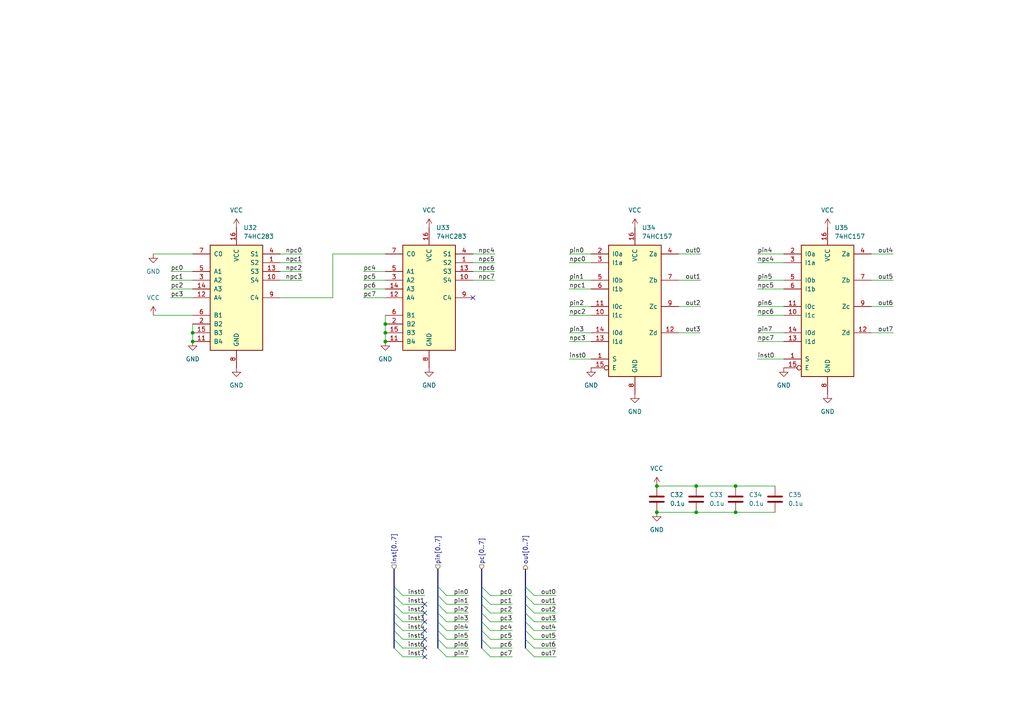
<source format=kicad_sch>
(kicad_sch (version 20211123) (generator eeschema)

  (uuid a5c94b28-7e35-4116-a14d-5bd06e0d6a86)

  (paper "A4")

  (lib_symbols
    (symbol "74xx:74LS157" (pin_names (offset 1.016)) (in_bom yes) (on_board yes)
      (property "Reference" "U" (id 0) (at -7.62 19.05 0)
        (effects (font (size 1.27 1.27)))
      )
      (property "Value" "74LS157" (id 1) (at -7.62 -21.59 0)
        (effects (font (size 1.27 1.27)))
      )
      (property "Footprint" "" (id 2) (at 0 0 0)
        (effects (font (size 1.27 1.27)) hide)
      )
      (property "Datasheet" "http://www.ti.com/lit/gpn/sn74LS157" (id 3) (at 0 0 0)
        (effects (font (size 1.27 1.27)) hide)
      )
      (property "ki_locked" "" (id 4) (at 0 0 0)
        (effects (font (size 1.27 1.27)))
      )
      (property "ki_keywords" "TTL MUX MUX2" (id 5) (at 0 0 0)
        (effects (font (size 1.27 1.27)) hide)
      )
      (property "ki_description" "Quad 2 to 1 line Multiplexer" (id 6) (at 0 0 0)
        (effects (font (size 1.27 1.27)) hide)
      )
      (property "ki_fp_filters" "DIP?16*" (id 7) (at 0 0 0)
        (effects (font (size 1.27 1.27)) hide)
      )
      (symbol "74LS157_1_0"
        (pin input line (at -12.7 -15.24 0) (length 5.08)
          (name "S" (effects (font (size 1.27 1.27))))
          (number "1" (effects (font (size 1.27 1.27))))
        )
        (pin input line (at -12.7 -2.54 0) (length 5.08)
          (name "I1c" (effects (font (size 1.27 1.27))))
          (number "10" (effects (font (size 1.27 1.27))))
        )
        (pin input line (at -12.7 0 0) (length 5.08)
          (name "I0c" (effects (font (size 1.27 1.27))))
          (number "11" (effects (font (size 1.27 1.27))))
        )
        (pin output line (at 12.7 -7.62 180) (length 5.08)
          (name "Zd" (effects (font (size 1.27 1.27))))
          (number "12" (effects (font (size 1.27 1.27))))
        )
        (pin input line (at -12.7 -10.16 0) (length 5.08)
          (name "I1d" (effects (font (size 1.27 1.27))))
          (number "13" (effects (font (size 1.27 1.27))))
        )
        (pin input line (at -12.7 -7.62 0) (length 5.08)
          (name "I0d" (effects (font (size 1.27 1.27))))
          (number "14" (effects (font (size 1.27 1.27))))
        )
        (pin input inverted (at -12.7 -17.78 0) (length 5.08)
          (name "E" (effects (font (size 1.27 1.27))))
          (number "15" (effects (font (size 1.27 1.27))))
        )
        (pin power_in line (at 0 22.86 270) (length 5.08)
          (name "VCC" (effects (font (size 1.27 1.27))))
          (number "16" (effects (font (size 1.27 1.27))))
        )
        (pin input line (at -12.7 15.24 0) (length 5.08)
          (name "I0a" (effects (font (size 1.27 1.27))))
          (number "2" (effects (font (size 1.27 1.27))))
        )
        (pin input line (at -12.7 12.7 0) (length 5.08)
          (name "I1a" (effects (font (size 1.27 1.27))))
          (number "3" (effects (font (size 1.27 1.27))))
        )
        (pin output line (at 12.7 15.24 180) (length 5.08)
          (name "Za" (effects (font (size 1.27 1.27))))
          (number "4" (effects (font (size 1.27 1.27))))
        )
        (pin input line (at -12.7 7.62 0) (length 5.08)
          (name "I0b" (effects (font (size 1.27 1.27))))
          (number "5" (effects (font (size 1.27 1.27))))
        )
        (pin input line (at -12.7 5.08 0) (length 5.08)
          (name "I1b" (effects (font (size 1.27 1.27))))
          (number "6" (effects (font (size 1.27 1.27))))
        )
        (pin output line (at 12.7 7.62 180) (length 5.08)
          (name "Zb" (effects (font (size 1.27 1.27))))
          (number "7" (effects (font (size 1.27 1.27))))
        )
        (pin power_in line (at 0 -25.4 90) (length 5.08)
          (name "GND" (effects (font (size 1.27 1.27))))
          (number "8" (effects (font (size 1.27 1.27))))
        )
        (pin output line (at 12.7 0 180) (length 5.08)
          (name "Zc" (effects (font (size 1.27 1.27))))
          (number "9" (effects (font (size 1.27 1.27))))
        )
      )
      (symbol "74LS157_1_1"
        (rectangle (start -7.62 17.78) (end 7.62 -20.32)
          (stroke (width 0.254) (type default) (color 0 0 0 0))
          (fill (type background))
        )
      )
    )
    (symbol "74xx:74LS283" (pin_names (offset 1.016)) (in_bom yes) (on_board yes)
      (property "Reference" "U" (id 0) (at -7.62 16.51 0)
        (effects (font (size 1.27 1.27)))
      )
      (property "Value" "74LS283" (id 1) (at -7.62 -16.51 0)
        (effects (font (size 1.27 1.27)))
      )
      (property "Footprint" "" (id 2) (at 0 0 0)
        (effects (font (size 1.27 1.27)) hide)
      )
      (property "Datasheet" "http://www.ti.com/lit/gpn/sn74LS283" (id 3) (at 0 0 0)
        (effects (font (size 1.27 1.27)) hide)
      )
      (property "ki_locked" "" (id 4) (at 0 0 0)
        (effects (font (size 1.27 1.27)))
      )
      (property "ki_keywords" "TTL ADD Arith ALU" (id 5) (at 0 0 0)
        (effects (font (size 1.27 1.27)) hide)
      )
      (property "ki_description" "4-bit full Adder" (id 6) (at 0 0 0)
        (effects (font (size 1.27 1.27)) hide)
      )
      (property "ki_fp_filters" "DIP?16*" (id 7) (at 0 0 0)
        (effects (font (size 1.27 1.27)) hide)
      )
      (symbol "74LS283_1_0"
        (pin output line (at 12.7 10.16 180) (length 5.08)
          (name "S2" (effects (font (size 1.27 1.27))))
          (number "1" (effects (font (size 1.27 1.27))))
        )
        (pin output line (at 12.7 5.08 180) (length 5.08)
          (name "S4" (effects (font (size 1.27 1.27))))
          (number "10" (effects (font (size 1.27 1.27))))
        )
        (pin input line (at -12.7 -12.7 0) (length 5.08)
          (name "B4" (effects (font (size 1.27 1.27))))
          (number "11" (effects (font (size 1.27 1.27))))
        )
        (pin input line (at -12.7 0 0) (length 5.08)
          (name "A4" (effects (font (size 1.27 1.27))))
          (number "12" (effects (font (size 1.27 1.27))))
        )
        (pin output line (at 12.7 7.62 180) (length 5.08)
          (name "S3" (effects (font (size 1.27 1.27))))
          (number "13" (effects (font (size 1.27 1.27))))
        )
        (pin input line (at -12.7 2.54 0) (length 5.08)
          (name "A3" (effects (font (size 1.27 1.27))))
          (number "14" (effects (font (size 1.27 1.27))))
        )
        (pin input line (at -12.7 -10.16 0) (length 5.08)
          (name "B3" (effects (font (size 1.27 1.27))))
          (number "15" (effects (font (size 1.27 1.27))))
        )
        (pin power_in line (at 0 20.32 270) (length 5.08)
          (name "VCC" (effects (font (size 1.27 1.27))))
          (number "16" (effects (font (size 1.27 1.27))))
        )
        (pin input line (at -12.7 -7.62 0) (length 5.08)
          (name "B2" (effects (font (size 1.27 1.27))))
          (number "2" (effects (font (size 1.27 1.27))))
        )
        (pin input line (at -12.7 5.08 0) (length 5.08)
          (name "A2" (effects (font (size 1.27 1.27))))
          (number "3" (effects (font (size 1.27 1.27))))
        )
        (pin output line (at 12.7 12.7 180) (length 5.08)
          (name "S1" (effects (font (size 1.27 1.27))))
          (number "4" (effects (font (size 1.27 1.27))))
        )
        (pin input line (at -12.7 7.62 0) (length 5.08)
          (name "A1" (effects (font (size 1.27 1.27))))
          (number "5" (effects (font (size 1.27 1.27))))
        )
        (pin input line (at -12.7 -5.08 0) (length 5.08)
          (name "B1" (effects (font (size 1.27 1.27))))
          (number "6" (effects (font (size 1.27 1.27))))
        )
        (pin input line (at -12.7 12.7 0) (length 5.08)
          (name "C0" (effects (font (size 1.27 1.27))))
          (number "7" (effects (font (size 1.27 1.27))))
        )
        (pin power_in line (at 0 -20.32 90) (length 5.08)
          (name "GND" (effects (font (size 1.27 1.27))))
          (number "8" (effects (font (size 1.27 1.27))))
        )
        (pin output line (at 12.7 0 180) (length 5.08)
          (name "C4" (effects (font (size 1.27 1.27))))
          (number "9" (effects (font (size 1.27 1.27))))
        )
      )
      (symbol "74LS283_1_1"
        (rectangle (start -7.62 15.24) (end 7.62 -15.24)
          (stroke (width 0.254) (type default) (color 0 0 0 0))
          (fill (type background))
        )
      )
    )
    (symbol "Device:C" (pin_numbers hide) (pin_names (offset 0.254)) (in_bom yes) (on_board yes)
      (property "Reference" "C" (id 0) (at 0.635 2.54 0)
        (effects (font (size 1.27 1.27)) (justify left))
      )
      (property "Value" "C" (id 1) (at 0.635 -2.54 0)
        (effects (font (size 1.27 1.27)) (justify left))
      )
      (property "Footprint" "" (id 2) (at 0.9652 -3.81 0)
        (effects (font (size 1.27 1.27)) hide)
      )
      (property "Datasheet" "~" (id 3) (at 0 0 0)
        (effects (font (size 1.27 1.27)) hide)
      )
      (property "ki_keywords" "cap capacitor" (id 4) (at 0 0 0)
        (effects (font (size 1.27 1.27)) hide)
      )
      (property "ki_description" "Unpolarized capacitor" (id 5) (at 0 0 0)
        (effects (font (size 1.27 1.27)) hide)
      )
      (property "ki_fp_filters" "C_*" (id 6) (at 0 0 0)
        (effects (font (size 1.27 1.27)) hide)
      )
      (symbol "C_0_1"
        (polyline
          (pts
            (xy -2.032 -0.762)
            (xy 2.032 -0.762)
          )
          (stroke (width 0.508) (type default) (color 0 0 0 0))
          (fill (type none))
        )
        (polyline
          (pts
            (xy -2.032 0.762)
            (xy 2.032 0.762)
          )
          (stroke (width 0.508) (type default) (color 0 0 0 0))
          (fill (type none))
        )
      )
      (symbol "C_1_1"
        (pin passive line (at 0 3.81 270) (length 2.794)
          (name "~" (effects (font (size 1.27 1.27))))
          (number "1" (effects (font (size 1.27 1.27))))
        )
        (pin passive line (at 0 -3.81 90) (length 2.794)
          (name "~" (effects (font (size 1.27 1.27))))
          (number "2" (effects (font (size 1.27 1.27))))
        )
      )
    )
    (symbol "power:GND" (power) (pin_names (offset 0)) (in_bom yes) (on_board yes)
      (property "Reference" "#PWR" (id 0) (at 0 -6.35 0)
        (effects (font (size 1.27 1.27)) hide)
      )
      (property "Value" "GND" (id 1) (at 0 -3.81 0)
        (effects (font (size 1.27 1.27)))
      )
      (property "Footprint" "" (id 2) (at 0 0 0)
        (effects (font (size 1.27 1.27)) hide)
      )
      (property "Datasheet" "" (id 3) (at 0 0 0)
        (effects (font (size 1.27 1.27)) hide)
      )
      (property "ki_keywords" "power-flag" (id 4) (at 0 0 0)
        (effects (font (size 1.27 1.27)) hide)
      )
      (property "ki_description" "Power symbol creates a global label with name \"GND\" , ground" (id 5) (at 0 0 0)
        (effects (font (size 1.27 1.27)) hide)
      )
      (symbol "GND_0_1"
        (polyline
          (pts
            (xy 0 0)
            (xy 0 -1.27)
            (xy 1.27 -1.27)
            (xy 0 -2.54)
            (xy -1.27 -1.27)
            (xy 0 -1.27)
          )
          (stroke (width 0) (type default) (color 0 0 0 0))
          (fill (type none))
        )
      )
      (symbol "GND_1_1"
        (pin power_in line (at 0 0 270) (length 0) hide
          (name "GND" (effects (font (size 1.27 1.27))))
          (number "1" (effects (font (size 1.27 1.27))))
        )
      )
    )
    (symbol "power:VCC" (power) (pin_names (offset 0)) (in_bom yes) (on_board yes)
      (property "Reference" "#PWR" (id 0) (at 0 -3.81 0)
        (effects (font (size 1.27 1.27)) hide)
      )
      (property "Value" "VCC" (id 1) (at 0 3.81 0)
        (effects (font (size 1.27 1.27)))
      )
      (property "Footprint" "" (id 2) (at 0 0 0)
        (effects (font (size 1.27 1.27)) hide)
      )
      (property "Datasheet" "" (id 3) (at 0 0 0)
        (effects (font (size 1.27 1.27)) hide)
      )
      (property "ki_keywords" "power-flag" (id 4) (at 0 0 0)
        (effects (font (size 1.27 1.27)) hide)
      )
      (property "ki_description" "Power symbol creates a global label with name \"VCC\"" (id 5) (at 0 0 0)
        (effects (font (size 1.27 1.27)) hide)
      )
      (symbol "VCC_0_1"
        (polyline
          (pts
            (xy -0.762 1.27)
            (xy 0 2.54)
          )
          (stroke (width 0) (type default) (color 0 0 0 0))
          (fill (type none))
        )
        (polyline
          (pts
            (xy 0 0)
            (xy 0 2.54)
          )
          (stroke (width 0) (type default) (color 0 0 0 0))
          (fill (type none))
        )
        (polyline
          (pts
            (xy 0 2.54)
            (xy 0.762 1.27)
          )
          (stroke (width 0) (type default) (color 0 0 0 0))
          (fill (type none))
        )
      )
      (symbol "VCC_1_1"
        (pin power_in line (at 0 0 90) (length 0) hide
          (name "VCC" (effects (font (size 1.27 1.27))))
          (number "1" (effects (font (size 1.27 1.27))))
        )
      )
    )
  )

  (junction (at 190.5 140.97) (diameter 0) (color 0 0 0 0)
    (uuid 52ea06b0-7f5f-40f4-b3ac-de02e906bc2f)
  )
  (junction (at 55.88 99.06) (diameter 0) (color 0 0 0 0)
    (uuid 59baacbc-14d6-45c0-9c9d-20f9f5883449)
  )
  (junction (at 111.76 93.98) (diameter 0) (color 0 0 0 0)
    (uuid 6a81ab75-abb4-4711-ab59-59165c2f3952)
  )
  (junction (at 201.93 148.59) (diameter 0) (color 0 0 0 0)
    (uuid 766d7b6b-fc00-4bd7-b810-b57ef5299448)
  )
  (junction (at 55.88 96.52) (diameter 0) (color 0 0 0 0)
    (uuid 7e208e4c-9a83-4806-9113-e15bf80b7753)
  )
  (junction (at 213.36 140.97) (diameter 0) (color 0 0 0 0)
    (uuid 8284006f-1f96-4623-92bf-4d97c4c8dada)
  )
  (junction (at 190.5 148.59) (diameter 0) (color 0 0 0 0)
    (uuid b35cb17c-a6cb-4af4-808a-8c35b535e688)
  )
  (junction (at 111.76 99.06) (diameter 0) (color 0 0 0 0)
    (uuid b4c21c78-8518-41c1-96a7-699f1034009b)
  )
  (junction (at 201.93 140.97) (diameter 0) (color 0 0 0 0)
    (uuid bc9a62b5-07dd-4634-9bf1-d00b62b40ea3)
  )
  (junction (at 111.76 96.52) (diameter 0) (color 0 0 0 0)
    (uuid c5ea85b0-7de4-48a0-b8c2-40f103ac90e0)
  )
  (junction (at 213.36 148.59) (diameter 0) (color 0 0 0 0)
    (uuid da5bbade-099c-4010-863e-62c97788b480)
  )

  (no_connect (at 137.16 86.36) (uuid 23b23d5d-d379-4218-b630-d396d1d89f84))
  (no_connect (at 123.19 185.42) (uuid 24485b66-6579-48f5-9b4c-5e161f6f5765))
  (no_connect (at 123.19 180.34) (uuid 2c5b3049-dca9-4e8d-87d7-4a7f692d97ef))
  (no_connect (at 123.19 190.5) (uuid 52630ed8-ce23-49ac-9c4f-4307b604e5e2))
  (no_connect (at 123.19 177.8) (uuid 6bb388f2-acfd-4086-a18f-ec3a34049e1d))
  (no_connect (at 123.19 187.96) (uuid 9256de7c-9bac-4d24-a48c-2ca2ac224e0c))
  (no_connect (at 123.19 182.88) (uuid db5d6fa1-7b4f-41cb-a5fe-da13aad4e15f))
  (no_connect (at 123.19 175.26) (uuid fd20517a-b199-406e-9fdd-3cd6fc5a793c))

  (bus_entry (at 114.3 170.18) (size 2.54 2.54)
    (stroke (width 0) (type default) (color 0 0 0 0))
    (uuid 1037a47e-8011-425d-abfe-9f5208b3347a)
  )
  (bus_entry (at 127 175.26) (size 2.54 2.54)
    (stroke (width 0) (type default) (color 0 0 0 0))
    (uuid 10c6a96d-a1f5-4b16-8f6c-85da1f785036)
  )
  (bus_entry (at 139.7 185.42) (size 2.54 2.54)
    (stroke (width 0) (type default) (color 0 0 0 0))
    (uuid 2a7b67dd-8f30-43be-adbf-e92c4320f013)
  )
  (bus_entry (at 139.7 177.8) (size 2.54 2.54)
    (stroke (width 0) (type default) (color 0 0 0 0))
    (uuid 2afbe790-7c73-419e-8f0a-1d3e918ee395)
  )
  (bus_entry (at 139.7 182.88) (size 2.54 2.54)
    (stroke (width 0) (type default) (color 0 0 0 0))
    (uuid 2cf80b0c-3219-43ec-bff8-23887487061c)
  )
  (bus_entry (at 114.3 182.88) (size 2.54 2.54)
    (stroke (width 0) (type default) (color 0 0 0 0))
    (uuid 2ded1a55-26ab-4c8c-9cda-e4f2076f05b1)
  )
  (bus_entry (at 152.4 175.26) (size 2.54 2.54)
    (stroke (width 0) (type default) (color 0 0 0 0))
    (uuid 3c140d02-5bf1-4f58-8f32-11fb580d4567)
  )
  (bus_entry (at 114.3 185.42) (size 2.54 2.54)
    (stroke (width 0) (type default) (color 0 0 0 0))
    (uuid 3ce3bca9-18d1-44a3-b34b-5f1da15b87cc)
  )
  (bus_entry (at 152.4 172.72) (size 2.54 2.54)
    (stroke (width 0) (type default) (color 0 0 0 0))
    (uuid 415529fa-4de8-4500-bbc3-f8ee624f8982)
  )
  (bus_entry (at 114.3 187.96) (size 2.54 2.54)
    (stroke (width 0) (type default) (color 0 0 0 0))
    (uuid 4956f32d-9366-4f02-b36c-07b61a64c542)
  )
  (bus_entry (at 114.3 172.72) (size 2.54 2.54)
    (stroke (width 0) (type default) (color 0 0 0 0))
    (uuid 50404363-2348-4753-8af2-cb79a4f1887a)
  )
  (bus_entry (at 152.4 170.18) (size 2.54 2.54)
    (stroke (width 0) (type default) (color 0 0 0 0))
    (uuid 667694a6-257f-4cac-b424-5219f443c824)
  )
  (bus_entry (at 139.7 172.72) (size 2.54 2.54)
    (stroke (width 0) (type default) (color 0 0 0 0))
    (uuid 6a5f8945-502c-4b07-9e95-7be6ffc8c582)
  )
  (bus_entry (at 152.4 180.34) (size 2.54 2.54)
    (stroke (width 0) (type default) (color 0 0 0 0))
    (uuid 71da8070-c17e-4a15-a54c-eb9b20bdf526)
  )
  (bus_entry (at 139.7 180.34) (size 2.54 2.54)
    (stroke (width 0) (type default) (color 0 0 0 0))
    (uuid 87013ed3-ebf5-45f4-b053-1450761a07ba)
  )
  (bus_entry (at 127 185.42) (size 2.54 2.54)
    (stroke (width 0) (type default) (color 0 0 0 0))
    (uuid 88bcb452-4018-4b3e-9de1-0002939e4176)
  )
  (bus_entry (at 139.7 187.96) (size 2.54 2.54)
    (stroke (width 0) (type default) (color 0 0 0 0))
    (uuid 893c0330-e594-4e0b-8424-c60ccdb25952)
  )
  (bus_entry (at 152.4 187.96) (size 2.54 2.54)
    (stroke (width 0) (type default) (color 0 0 0 0))
    (uuid 97bdb3f4-8970-4370-bb78-1bd552c2433d)
  )
  (bus_entry (at 152.4 177.8) (size 2.54 2.54)
    (stroke (width 0) (type default) (color 0 0 0 0))
    (uuid 9b152210-205f-4d16-8cba-8ca39a721a23)
  )
  (bus_entry (at 127 180.34) (size 2.54 2.54)
    (stroke (width 0) (type default) (color 0 0 0 0))
    (uuid 9c5f8cc7-d27b-4579-b855-8d11e23ccc1c)
  )
  (bus_entry (at 127 177.8) (size 2.54 2.54)
    (stroke (width 0) (type default) (color 0 0 0 0))
    (uuid 9e2d9be1-c0f3-4452-b169-1f5ee51740e0)
  )
  (bus_entry (at 114.3 175.26) (size 2.54 2.54)
    (stroke (width 0) (type default) (color 0 0 0 0))
    (uuid aaf283fd-a3a3-4bd8-a9d0-8a5ca2847f54)
  )
  (bus_entry (at 139.7 175.26) (size 2.54 2.54)
    (stroke (width 0) (type default) (color 0 0 0 0))
    (uuid af91034e-b744-49f0-b02d-058572a61012)
  )
  (bus_entry (at 152.4 185.42) (size 2.54 2.54)
    (stroke (width 0) (type default) (color 0 0 0 0))
    (uuid b68b897a-be00-48cf-955b-563c918ecb11)
  )
  (bus_entry (at 127 182.88) (size 2.54 2.54)
    (stroke (width 0) (type default) (color 0 0 0 0))
    (uuid c3769193-fa23-42b9-9e29-121701f5ded8)
  )
  (bus_entry (at 127 172.72) (size 2.54 2.54)
    (stroke (width 0) (type default) (color 0 0 0 0))
    (uuid c76648f4-b64b-4e95-8cbe-576a8b7f964c)
  )
  (bus_entry (at 114.3 177.8) (size 2.54 2.54)
    (stroke (width 0) (type default) (color 0 0 0 0))
    (uuid cb365161-37a2-4a8d-8c11-b3e98eb4c1fe)
  )
  (bus_entry (at 139.7 170.18) (size 2.54 2.54)
    (stroke (width 0) (type default) (color 0 0 0 0))
    (uuid d96c02f3-e332-4617-ad63-eb36afb71b10)
  )
  (bus_entry (at 127 170.18) (size 2.54 2.54)
    (stroke (width 0) (type default) (color 0 0 0 0))
    (uuid e0221459-2a4f-47e0-ad53-e57be0fa645b)
  )
  (bus_entry (at 152.4 182.88) (size 2.54 2.54)
    (stroke (width 0) (type default) (color 0 0 0 0))
    (uuid fbcddf17-82bf-48a4-91d0-a9a6cff5c20f)
  )
  (bus_entry (at 114.3 180.34) (size 2.54 2.54)
    (stroke (width 0) (type default) (color 0 0 0 0))
    (uuid fd7e8153-4796-42f5-9eb3-d976a17d0018)
  )
  (bus_entry (at 127 187.96) (size 2.54 2.54)
    (stroke (width 0) (type default) (color 0 0 0 0))
    (uuid fe514922-24d1-4387-a631-08b777794394)
  )

  (wire (pts (xy 137.16 73.66) (xy 143.51 73.66))
    (stroke (width 0) (type default) (color 0 0 0 0))
    (uuid 01891dab-2320-49cd-816a-2b811e53c186)
  )
  (wire (pts (xy 96.52 73.66) (xy 111.76 73.66))
    (stroke (width 0) (type default) (color 0 0 0 0))
    (uuid 01e9c795-83e4-4669-ac08-699b0c02e39b)
  )
  (wire (pts (xy 129.54 172.72) (xy 135.89 172.72))
    (stroke (width 0) (type default) (color 0 0 0 0))
    (uuid 030e7027-8b5e-4f65-b8b2-36f1ab981c8c)
  )
  (bus (pts (xy 127 177.8) (xy 127 180.34))
    (stroke (width 0) (type default) (color 0 0 0 0))
    (uuid 05c139ed-b44d-4170-8733-d5e6c9b12bca)
  )

  (wire (pts (xy 44.45 91.44) (xy 55.88 91.44))
    (stroke (width 0) (type default) (color 0 0 0 0))
    (uuid 0ab4173c-5f7b-43bd-a925-4c0869fb3f15)
  )
  (wire (pts (xy 196.85 81.28) (xy 203.2 81.28))
    (stroke (width 0) (type default) (color 0 0 0 0))
    (uuid 0b8f35ff-f5b6-45b2-abdc-428c5f5a6ffe)
  )
  (wire (pts (xy 111.76 96.52) (xy 111.76 99.06))
    (stroke (width 0) (type default) (color 0 0 0 0))
    (uuid 0d56278e-892e-47d0-9917-d29591a13c1b)
  )
  (wire (pts (xy 55.88 93.98) (xy 55.88 96.52))
    (stroke (width 0) (type default) (color 0 0 0 0))
    (uuid 0f2a461d-5d92-4db2-a667-bfe3b04fd29f)
  )
  (wire (pts (xy 49.53 83.82) (xy 55.88 83.82))
    (stroke (width 0) (type default) (color 0 0 0 0))
    (uuid 142a68a3-2958-4e60-aef0-70491b9da2ec)
  )
  (wire (pts (xy 49.53 86.36) (xy 55.88 86.36))
    (stroke (width 0) (type default) (color 0 0 0 0))
    (uuid 15582ece-664f-4d44-9ae0-cbd3f86ce501)
  )
  (wire (pts (xy 49.53 81.28) (xy 55.88 81.28))
    (stroke (width 0) (type default) (color 0 0 0 0))
    (uuid 15d30eb0-09ef-47a4-b460-db167cab7104)
  )
  (wire (pts (xy 137.16 78.74) (xy 143.51 78.74))
    (stroke (width 0) (type default) (color 0 0 0 0))
    (uuid 17a7bf44-5055-4f0c-8594-2667a90b937a)
  )
  (wire (pts (xy 142.24 185.42) (xy 148.59 185.42))
    (stroke (width 0) (type default) (color 0 0 0 0))
    (uuid 190988ff-765b-44e6-9181-8509ae4beb2b)
  )
  (bus (pts (xy 152.4 182.88) (xy 152.4 185.42))
    (stroke (width 0) (type default) (color 0 0 0 0))
    (uuid 1ad5550a-7cce-40c5-9b55-a520bd354838)
  )

  (wire (pts (xy 129.54 185.42) (xy 135.89 185.42))
    (stroke (width 0) (type default) (color 0 0 0 0))
    (uuid 1bf9c6be-3bfd-43a4-8f43-d9a519f1fb6c)
  )
  (wire (pts (xy 129.54 182.88) (xy 135.89 182.88))
    (stroke (width 0) (type default) (color 0 0 0 0))
    (uuid 1dc4ead5-7781-4b20-8121-eaaef5a90538)
  )
  (bus (pts (xy 139.7 170.18) (xy 139.7 172.72))
    (stroke (width 0) (type default) (color 0 0 0 0))
    (uuid 21bb259f-24b1-4a41-9dd4-856630900367)
  )

  (wire (pts (xy 252.73 88.9) (xy 259.08 88.9))
    (stroke (width 0) (type default) (color 0 0 0 0))
    (uuid 23a0c672-1e7f-4028-8b26-db517969a782)
  )
  (wire (pts (xy 190.5 140.97) (xy 201.93 140.97))
    (stroke (width 0) (type default) (color 0 0 0 0))
    (uuid 2497ab41-35e3-48a9-8547-ab486e8b0f23)
  )
  (wire (pts (xy 105.41 78.74) (xy 111.76 78.74))
    (stroke (width 0) (type default) (color 0 0 0 0))
    (uuid 24e0d9cf-571c-4998-81f3-0033632524bb)
  )
  (bus (pts (xy 127 180.34) (xy 127 182.88))
    (stroke (width 0) (type default) (color 0 0 0 0))
    (uuid 25bd5d61-f0fa-4d0f-975e-5b79029bdcca)
  )
  (bus (pts (xy 152.4 175.26) (xy 152.4 177.8))
    (stroke (width 0) (type default) (color 0 0 0 0))
    (uuid 25c3aad0-4447-4af7-8b95-46e4ff73cca0)
  )

  (wire (pts (xy 116.84 180.34) (xy 123.19 180.34))
    (stroke (width 0) (type default) (color 0 0 0 0))
    (uuid 2652f70f-73bb-4758-900f-7b6e124d5421)
  )
  (wire (pts (xy 201.93 148.59) (xy 213.36 148.59))
    (stroke (width 0) (type default) (color 0 0 0 0))
    (uuid 26b6a65e-8abe-4e81-aee4-ef76266ef50a)
  )
  (bus (pts (xy 114.3 165.1) (xy 114.3 170.18))
    (stroke (width 0) (type default) (color 0 0 0 0))
    (uuid 2a0d7266-969f-4a7f-b85f-be7a1ba613ec)
  )
  (bus (pts (xy 152.4 177.8) (xy 152.4 180.34))
    (stroke (width 0) (type default) (color 0 0 0 0))
    (uuid 30ddaa89-e1e3-4fc4-964f-a635649635f2)
  )

  (wire (pts (xy 111.76 91.44) (xy 111.76 93.98))
    (stroke (width 0) (type default) (color 0 0 0 0))
    (uuid 314239b8-658f-4060-ba83-e27640098beb)
  )
  (wire (pts (xy 252.73 73.66) (xy 259.08 73.66))
    (stroke (width 0) (type default) (color 0 0 0 0))
    (uuid 3176913b-6b68-4d6d-920f-4fc9136c559c)
  )
  (wire (pts (xy 154.94 172.72) (xy 161.29 172.72))
    (stroke (width 0) (type default) (color 0 0 0 0))
    (uuid 345199d5-4ca3-401b-beee-e48059546547)
  )
  (wire (pts (xy 190.5 148.59) (xy 201.93 148.59))
    (stroke (width 0) (type default) (color 0 0 0 0))
    (uuid 34685573-5ea6-49bc-bc73-065f86eea324)
  )
  (wire (pts (xy 116.84 172.72) (xy 123.19 172.72))
    (stroke (width 0) (type default) (color 0 0 0 0))
    (uuid 36bca4f5-b235-4f24-a9c7-5496861dfc78)
  )
  (bus (pts (xy 139.7 185.42) (xy 139.7 187.96))
    (stroke (width 0) (type default) (color 0 0 0 0))
    (uuid 382c1de6-0e69-459d-b09f-18275f979fde)
  )

  (wire (pts (xy 96.52 86.36) (xy 96.52 73.66))
    (stroke (width 0) (type default) (color 0 0 0 0))
    (uuid 383458cc-5264-470e-8b29-b3b3b4a48c46)
  )
  (bus (pts (xy 114.3 170.18) (xy 114.3 172.72))
    (stroke (width 0) (type default) (color 0 0 0 0))
    (uuid 3ee786a2-7399-41a5-8f1a-e67f903ba299)
  )

  (wire (pts (xy 129.54 175.26) (xy 135.89 175.26))
    (stroke (width 0) (type default) (color 0 0 0 0))
    (uuid 40c7caf5-d85b-4b40-b970-de337a1f67f0)
  )
  (bus (pts (xy 139.7 180.34) (xy 139.7 182.88))
    (stroke (width 0) (type default) (color 0 0 0 0))
    (uuid 41d7df10-4085-449c-8339-6170201da2c9)
  )

  (wire (pts (xy 219.71 88.9) (xy 227.33 88.9))
    (stroke (width 0) (type default) (color 0 0 0 0))
    (uuid 41eaacbd-9f20-49f7-bd2f-c93aa3fc2ba3)
  )
  (bus (pts (xy 152.4 170.18) (xy 152.4 172.72))
    (stroke (width 0) (type default) (color 0 0 0 0))
    (uuid 44a36b96-b816-4ea4-83e6-3a013fa1954b)
  )
  (bus (pts (xy 139.7 182.88) (xy 139.7 185.42))
    (stroke (width 0) (type default) (color 0 0 0 0))
    (uuid 46364981-4e20-44aa-8817-2cdae68ba38c)
  )

  (wire (pts (xy 165.1 104.14) (xy 171.45 104.14))
    (stroke (width 0) (type default) (color 0 0 0 0))
    (uuid 464cc63e-9269-4581-869a-161107bf39b0)
  )
  (wire (pts (xy 116.84 185.42) (xy 123.19 185.42))
    (stroke (width 0) (type default) (color 0 0 0 0))
    (uuid 4a0cb86c-9178-44e7-a74c-7d44eed55346)
  )
  (wire (pts (xy 154.94 175.26) (xy 161.29 175.26))
    (stroke (width 0) (type default) (color 0 0 0 0))
    (uuid 4b18d29c-7e63-4dbf-b89b-10adc46aa4a7)
  )
  (wire (pts (xy 142.24 190.5) (xy 148.59 190.5))
    (stroke (width 0) (type default) (color 0 0 0 0))
    (uuid 4bcee294-ae7d-4751-bdf9-f5860809f4e6)
  )
  (wire (pts (xy 219.71 81.28) (xy 227.33 81.28))
    (stroke (width 0) (type default) (color 0 0 0 0))
    (uuid 4bf3da19-8220-4f7a-a0d8-1e1cb5cd92f6)
  )
  (wire (pts (xy 105.41 83.82) (xy 111.76 83.82))
    (stroke (width 0) (type default) (color 0 0 0 0))
    (uuid 4c551535-8b5d-4b6f-8cb6-bd8ceb9201e4)
  )
  (bus (pts (xy 127 165.1) (xy 127 170.18))
    (stroke (width 0) (type default) (color 0 0 0 0))
    (uuid 4ef83bd1-e07e-4d28-bb1d-fbcb8c3b34ce)
  )
  (bus (pts (xy 152.4 185.42) (xy 152.4 187.96))
    (stroke (width 0) (type default) (color 0 0 0 0))
    (uuid 5642baf2-0c17-4438-89aa-52658be32d11)
  )

  (wire (pts (xy 49.53 78.74) (xy 55.88 78.74))
    (stroke (width 0) (type default) (color 0 0 0 0))
    (uuid 58855bb7-7ead-42d2-9997-86c22aebb38c)
  )
  (wire (pts (xy 137.16 81.28) (xy 143.51 81.28))
    (stroke (width 0) (type default) (color 0 0 0 0))
    (uuid 59a28435-bc3f-4c58-a4e0-333755fd5a99)
  )
  (wire (pts (xy 219.71 76.2) (xy 227.33 76.2))
    (stroke (width 0) (type default) (color 0 0 0 0))
    (uuid 5b291638-0b00-4086-accc-511c612849f6)
  )
  (bus (pts (xy 127 175.26) (xy 127 177.8))
    (stroke (width 0) (type default) (color 0 0 0 0))
    (uuid 5c5f7e7b-7689-4904-ad31-d384833985f7)
  )

  (wire (pts (xy 129.54 180.34) (xy 135.89 180.34))
    (stroke (width 0) (type default) (color 0 0 0 0))
    (uuid 5f755098-fb2d-4f7c-bb21-e04828fc9b82)
  )
  (bus (pts (xy 127 185.42) (xy 127 187.96))
    (stroke (width 0) (type default) (color 0 0 0 0))
    (uuid 62716cbd-cf3a-473e-9e9d-ad6a50d47fc4)
  )
  (bus (pts (xy 114.3 177.8) (xy 114.3 180.34))
    (stroke (width 0) (type default) (color 0 0 0 0))
    (uuid 63ef2a8f-aab7-4e86-8d81-d58b86f4f74d)
  )

  (wire (pts (xy 105.41 81.28) (xy 111.76 81.28))
    (stroke (width 0) (type default) (color 0 0 0 0))
    (uuid 6859041e-aef4-4494-84bc-04cf81ef3e01)
  )
  (bus (pts (xy 114.3 175.26) (xy 114.3 177.8))
    (stroke (width 0) (type default) (color 0 0 0 0))
    (uuid 68a9b9d7-b9c4-4aa4-9d32-7a6273689bbc)
  )

  (wire (pts (xy 105.41 86.36) (xy 111.76 86.36))
    (stroke (width 0) (type default) (color 0 0 0 0))
    (uuid 68b49995-ac9b-41c8-b17f-d5603e6ee69d)
  )
  (wire (pts (xy 81.28 81.28) (xy 87.63 81.28))
    (stroke (width 0) (type default) (color 0 0 0 0))
    (uuid 68e00b07-2bb5-4740-86d9-91f7f0d27ab6)
  )
  (wire (pts (xy 142.24 182.88) (xy 148.59 182.88))
    (stroke (width 0) (type default) (color 0 0 0 0))
    (uuid 697ade85-b173-4e38-8f38-8c359e049956)
  )
  (wire (pts (xy 165.1 96.52) (xy 171.45 96.52))
    (stroke (width 0) (type default) (color 0 0 0 0))
    (uuid 6ba6f4d3-896e-41a0-834a-692d12a6d3f0)
  )
  (wire (pts (xy 116.84 175.26) (xy 123.19 175.26))
    (stroke (width 0) (type default) (color 0 0 0 0))
    (uuid 6ba78836-4730-4f9b-8e38-16afd7460ee7)
  )
  (wire (pts (xy 165.1 83.82) (xy 171.45 83.82))
    (stroke (width 0) (type default) (color 0 0 0 0))
    (uuid 6e6c3539-866a-4ff8-a5b0-447a83e22201)
  )
  (wire (pts (xy 154.94 185.42) (xy 161.29 185.42))
    (stroke (width 0) (type default) (color 0 0 0 0))
    (uuid 6e89310b-8f1b-4f93-91c4-582ec284fc95)
  )
  (wire (pts (xy 142.24 177.8) (xy 148.59 177.8))
    (stroke (width 0) (type default) (color 0 0 0 0))
    (uuid 719448ba-849d-4083-ba70-20807d4c7905)
  )
  (wire (pts (xy 165.1 99.06) (xy 171.45 99.06))
    (stroke (width 0) (type default) (color 0 0 0 0))
    (uuid 71a69aaf-2583-41ca-802a-aab51cab773e)
  )
  (bus (pts (xy 127 182.88) (xy 127 185.42))
    (stroke (width 0) (type default) (color 0 0 0 0))
    (uuid 73229e34-c99f-4a1b-97fd-d0ad04764a65)
  )

  (wire (pts (xy 219.71 73.66) (xy 227.33 73.66))
    (stroke (width 0) (type default) (color 0 0 0 0))
    (uuid 77cee3fa-e049-4376-b59a-425578b82266)
  )
  (wire (pts (xy 142.24 175.26) (xy 148.59 175.26))
    (stroke (width 0) (type default) (color 0 0 0 0))
    (uuid 7f10dc48-1623-4f00-8bc4-2a0067835e0f)
  )
  (wire (pts (xy 154.94 190.5) (xy 161.29 190.5))
    (stroke (width 0) (type default) (color 0 0 0 0))
    (uuid 7f871fbe-2c87-4e50-9ceb-bb95a7036f4b)
  )
  (wire (pts (xy 44.45 73.66) (xy 55.88 73.66))
    (stroke (width 0) (type default) (color 0 0 0 0))
    (uuid 80ebefba-016f-420e-a602-68e051fc5600)
  )
  (wire (pts (xy 116.84 187.96) (xy 123.19 187.96))
    (stroke (width 0) (type default) (color 0 0 0 0))
    (uuid 83868462-c663-4589-a36a-dbcf112922e4)
  )
  (wire (pts (xy 219.71 83.82) (xy 227.33 83.82))
    (stroke (width 0) (type default) (color 0 0 0 0))
    (uuid 85d11707-221d-44af-95be-8a8e7b10235a)
  )
  (wire (pts (xy 165.1 88.9) (xy 171.45 88.9))
    (stroke (width 0) (type default) (color 0 0 0 0))
    (uuid 868ec764-cba3-4739-a2f0-576f9c026e0d)
  )
  (wire (pts (xy 116.84 182.88) (xy 123.19 182.88))
    (stroke (width 0) (type default) (color 0 0 0 0))
    (uuid 891585ba-5657-4565-bd87-c78fe55ff5be)
  )
  (wire (pts (xy 116.84 177.8) (xy 123.19 177.8))
    (stroke (width 0) (type default) (color 0 0 0 0))
    (uuid 8bcea187-6e0c-4071-8caf-1bafeaae798e)
  )
  (wire (pts (xy 81.28 76.2) (xy 87.63 76.2))
    (stroke (width 0) (type default) (color 0 0 0 0))
    (uuid 8c07b4e8-06bf-4d71-8c47-f44725e7bc5b)
  )
  (wire (pts (xy 165.1 76.2) (xy 171.45 76.2))
    (stroke (width 0) (type default) (color 0 0 0 0))
    (uuid 8c5aac4b-415d-469c-9da4-e15d64ca78c0)
  )
  (wire (pts (xy 129.54 187.96) (xy 135.89 187.96))
    (stroke (width 0) (type default) (color 0 0 0 0))
    (uuid 8d6a7ed8-11b5-4773-afaa-da65a4014deb)
  )
  (wire (pts (xy 196.85 88.9) (xy 203.2 88.9))
    (stroke (width 0) (type default) (color 0 0 0 0))
    (uuid 8f57c41b-d6e7-4988-aa83-ca2accb3373e)
  )
  (wire (pts (xy 154.94 177.8) (xy 161.29 177.8))
    (stroke (width 0) (type default) (color 0 0 0 0))
    (uuid 91207d0d-504f-4d17-b567-837db22d97a5)
  )
  (wire (pts (xy 219.71 99.06) (xy 227.33 99.06))
    (stroke (width 0) (type default) (color 0 0 0 0))
    (uuid 918d2765-b35b-47c8-9d31-8d2a4b2035e1)
  )
  (wire (pts (xy 129.54 177.8) (xy 135.89 177.8))
    (stroke (width 0) (type default) (color 0 0 0 0))
    (uuid 9254b015-43cf-45e7-8188-b31d904ab490)
  )
  (wire (pts (xy 154.94 180.34) (xy 161.29 180.34))
    (stroke (width 0) (type default) (color 0 0 0 0))
    (uuid 94628fff-82b0-4f5a-aefa-48fd9bf1707f)
  )
  (wire (pts (xy 142.24 187.96) (xy 148.59 187.96))
    (stroke (width 0) (type default) (color 0 0 0 0))
    (uuid 98013a46-3050-45ec-b82d-d6baea7d4794)
  )
  (bus (pts (xy 152.4 165.1) (xy 152.4 170.18))
    (stroke (width 0) (type default) (color 0 0 0 0))
    (uuid 98a059c8-f55f-4a4a-af82-9a3cfb3fe98f)
  )

  (wire (pts (xy 137.16 76.2) (xy 143.51 76.2))
    (stroke (width 0) (type default) (color 0 0 0 0))
    (uuid 9c872592-575d-4f12-9058-a2b443e4e7a8)
  )
  (bus (pts (xy 114.3 185.42) (xy 114.3 187.96))
    (stroke (width 0) (type default) (color 0 0 0 0))
    (uuid 9f2f039d-fa33-49d4-a052-91fe210b56b4)
  )

  (wire (pts (xy 213.36 148.59) (xy 224.79 148.59))
    (stroke (width 0) (type default) (color 0 0 0 0))
    (uuid a5685596-0503-44de-be42-cf3003257b96)
  )
  (wire (pts (xy 154.94 182.88) (xy 161.29 182.88))
    (stroke (width 0) (type default) (color 0 0 0 0))
    (uuid a5bbb64d-448d-49a5-86d0-a2de503bd13e)
  )
  (bus (pts (xy 139.7 175.26) (xy 139.7 177.8))
    (stroke (width 0) (type default) (color 0 0 0 0))
    (uuid a67b1948-7270-4aa8-b9af-dbaf9e63f95b)
  )

  (wire (pts (xy 196.85 73.66) (xy 203.2 73.66))
    (stroke (width 0) (type default) (color 0 0 0 0))
    (uuid a716a8a6-dd88-4aa3-a0f8-f06844825f76)
  )
  (wire (pts (xy 55.88 96.52) (xy 55.88 99.06))
    (stroke (width 0) (type default) (color 0 0 0 0))
    (uuid ad9d6f9e-f7d7-4d02-9163-c64ab9280d49)
  )
  (bus (pts (xy 127 172.72) (xy 127 175.26))
    (stroke (width 0) (type default) (color 0 0 0 0))
    (uuid af9f1643-2ec8-421e-b34e-33fbd2b8751f)
  )

  (wire (pts (xy 165.1 73.66) (xy 171.45 73.66))
    (stroke (width 0) (type default) (color 0 0 0 0))
    (uuid afffe7ed-9fab-4953-9b8f-c4d81a19e23d)
  )
  (wire (pts (xy 129.54 190.5) (xy 135.89 190.5))
    (stroke (width 0) (type default) (color 0 0 0 0))
    (uuid b0361c5c-b2a1-4cf4-aea9-b0dd4f225380)
  )
  (bus (pts (xy 152.4 172.72) (xy 152.4 175.26))
    (stroke (width 0) (type default) (color 0 0 0 0))
    (uuid b3ce7559-e2fd-41dc-9925-dfadc626b80d)
  )
  (bus (pts (xy 114.3 172.72) (xy 114.3 175.26))
    (stroke (width 0) (type default) (color 0 0 0 0))
    (uuid b66632a1-ab58-4695-a889-bb5c8f9303e2)
  )
  (bus (pts (xy 139.7 172.72) (xy 139.7 175.26))
    (stroke (width 0) (type default) (color 0 0 0 0))
    (uuid b9478856-fb41-45cc-9b09-39566d6497d5)
  )

  (wire (pts (xy 142.24 172.72) (xy 148.59 172.72))
    (stroke (width 0) (type default) (color 0 0 0 0))
    (uuid bbc83424-7b0c-437c-b8ce-37848d8859e8)
  )
  (wire (pts (xy 252.73 96.52) (xy 259.08 96.52))
    (stroke (width 0) (type default) (color 0 0 0 0))
    (uuid be34cad6-0b6d-412f-ac06-6f0a0bd68aa3)
  )
  (wire (pts (xy 213.36 140.97) (xy 224.79 140.97))
    (stroke (width 0) (type default) (color 0 0 0 0))
    (uuid c34ffd9e-765d-41bc-a02c-affdd1704e7c)
  )
  (bus (pts (xy 127 170.18) (xy 127 172.72))
    (stroke (width 0) (type default) (color 0 0 0 0))
    (uuid c6039cae-f943-4bfb-b481-906a4af1c9c9)
  )
  (bus (pts (xy 139.7 165.1) (xy 139.7 170.18))
    (stroke (width 0) (type default) (color 0 0 0 0))
    (uuid cb8d42c0-c16b-424c-bd50-a824d74f4301)
  )

  (wire (pts (xy 201.93 140.97) (xy 213.36 140.97))
    (stroke (width 0) (type default) (color 0 0 0 0))
    (uuid cc34a1b1-94fa-4300-b1a5-3191b10a9f64)
  )
  (wire (pts (xy 81.28 78.74) (xy 87.63 78.74))
    (stroke (width 0) (type default) (color 0 0 0 0))
    (uuid ce502a9e-3420-46dd-81ce-0e37fd0cca08)
  )
  (wire (pts (xy 196.85 96.52) (xy 203.2 96.52))
    (stroke (width 0) (type default) (color 0 0 0 0))
    (uuid d85d13e8-d31f-4c3a-b89b-87c4257bc90b)
  )
  (wire (pts (xy 81.28 73.66) (xy 87.63 73.66))
    (stroke (width 0) (type default) (color 0 0 0 0))
    (uuid dc43386c-0330-4911-a883-8d80c2d4bcca)
  )
  (bus (pts (xy 152.4 180.34) (xy 152.4 182.88))
    (stroke (width 0) (type default) (color 0 0 0 0))
    (uuid dc9e3249-2358-46e1-a00f-30e2274e8485)
  )

  (wire (pts (xy 154.94 187.96) (xy 161.29 187.96))
    (stroke (width 0) (type default) (color 0 0 0 0))
    (uuid dd76ed0e-dfa2-43a7-97d4-6edf4d3e5dc3)
  )
  (wire (pts (xy 111.76 93.98) (xy 111.76 96.52))
    (stroke (width 0) (type default) (color 0 0 0 0))
    (uuid e4fa86b0-dfb3-4b06-9a4b-f9d97d632b4e)
  )
  (wire (pts (xy 142.24 180.34) (xy 148.59 180.34))
    (stroke (width 0) (type default) (color 0 0 0 0))
    (uuid e52fdfc8-c492-41ac-aa42-07d30f0674b0)
  )
  (wire (pts (xy 116.84 190.5) (xy 123.19 190.5))
    (stroke (width 0) (type default) (color 0 0 0 0))
    (uuid e56b7a42-3ce3-4b94-8b06-dcde3e9b4e78)
  )
  (wire (pts (xy 165.1 91.44) (xy 171.45 91.44))
    (stroke (width 0) (type default) (color 0 0 0 0))
    (uuid e5a6f672-221e-484f-ae8f-cb1569930f23)
  )
  (bus (pts (xy 139.7 177.8) (xy 139.7 180.34))
    (stroke (width 0) (type default) (color 0 0 0 0))
    (uuid e691e934-8ed8-4700-869e-ca9e17f69a97)
  )

  (wire (pts (xy 219.71 91.44) (xy 227.33 91.44))
    (stroke (width 0) (type default) (color 0 0 0 0))
    (uuid ed5eefb6-1e84-446e-b3b2-58a71169c346)
  )
  (wire (pts (xy 81.28 86.36) (xy 96.52 86.36))
    (stroke (width 0) (type default) (color 0 0 0 0))
    (uuid eea3322f-edc5-4723-99ba-6135123f1a43)
  )
  (wire (pts (xy 219.71 104.14) (xy 227.33 104.14))
    (stroke (width 0) (type default) (color 0 0 0 0))
    (uuid f2f003b5-7267-4afe-8a4e-adb1da409b29)
  )
  (wire (pts (xy 219.71 96.52) (xy 227.33 96.52))
    (stroke (width 0) (type default) (color 0 0 0 0))
    (uuid f7b533ce-808c-40c3-bfe5-38d865ad95a5)
  )
  (bus (pts (xy 114.3 182.88) (xy 114.3 185.42))
    (stroke (width 0) (type default) (color 0 0 0 0))
    (uuid f7ed3177-c9c8-4c50-b298-df94a0c660ba)
  )

  (wire (pts (xy 165.1 81.28) (xy 171.45 81.28))
    (stroke (width 0) (type default) (color 0 0 0 0))
    (uuid f855758b-e6ce-4ef7-aa98-233b02cabda1)
  )
  (wire (pts (xy 252.73 81.28) (xy 259.08 81.28))
    (stroke (width 0) (type default) (color 0 0 0 0))
    (uuid fa112636-bd4a-460e-9fe4-ae34a283186e)
  )
  (bus (pts (xy 114.3 180.34) (xy 114.3 182.88))
    (stroke (width 0) (type default) (color 0 0 0 0))
    (uuid fc822d13-9520-499a-87af-eed058c0f2c6)
  )

  (label "npc1" (at 165.1 83.82 0)
    (effects (font (size 1.27 1.27)) (justify left bottom))
    (uuid 08f6bd80-4cc8-480d-8e58-8649f6789043)
  )
  (label "npc7" (at 219.71 99.06 0)
    (effects (font (size 1.27 1.27)) (justify left bottom))
    (uuid 0927b0bc-226b-4a2c-8792-3b4b90f04de2)
  )
  (label "out5" (at 259.08 81.28 180)
    (effects (font (size 1.27 1.27)) (justify right bottom))
    (uuid 0b6b8b77-20ba-4401-aacc-7f7c6d103cfe)
  )
  (label "out7" (at 259.08 96.52 180)
    (effects (font (size 1.27 1.27)) (justify right bottom))
    (uuid 10e41117-0a89-489d-a833-d48f80aed8d2)
  )
  (label "out4" (at 259.08 73.66 180)
    (effects (font (size 1.27 1.27)) (justify right bottom))
    (uuid 122c6256-fc7f-4b31-8693-7f47ef6e3585)
  )
  (label "inst3" (at 123.19 180.34 180)
    (effects (font (size 1.27 1.27)) (justify right bottom))
    (uuid 162b69fe-8a35-4675-bf85-13e2df5ceff4)
  )
  (label "out2" (at 203.2 88.9 180)
    (effects (font (size 1.27 1.27)) (justify right bottom))
    (uuid 17a214a7-4879-4225-bcb9-480176f7c51e)
  )
  (label "out7" (at 161.29 190.5 180)
    (effects (font (size 1.27 1.27)) (justify right bottom))
    (uuid 2dc99281-0463-4c76-a117-20990f9aceef)
  )
  (label "pin3" (at 135.89 180.34 180)
    (effects (font (size 1.27 1.27)) (justify right bottom))
    (uuid 2f460928-f9b7-4879-aeca-d2253c6865b6)
  )
  (label "out5" (at 161.29 185.42 180)
    (effects (font (size 1.27 1.27)) (justify right bottom))
    (uuid 2fd47486-a06f-423f-9484-1de9a9832ee1)
  )
  (label "npc7" (at 143.51 81.28 180)
    (effects (font (size 1.27 1.27)) (justify right bottom))
    (uuid 3151f40d-2d72-40fc-815c-8f2f193ef616)
  )
  (label "npc4" (at 143.51 73.66 180)
    (effects (font (size 1.27 1.27)) (justify right bottom))
    (uuid 34c49160-5034-40c2-b656-33a57cd0d0d7)
  )
  (label "pin4" (at 135.89 182.88 180)
    (effects (font (size 1.27 1.27)) (justify right bottom))
    (uuid 35a4f712-083b-4e4e-8f40-e2ac2c62ebfd)
  )
  (label "pin1" (at 165.1 81.28 0)
    (effects (font (size 1.27 1.27)) (justify left bottom))
    (uuid 378850d7-60a0-4c20-b5bd-d24fb003c644)
  )
  (label "pc7" (at 105.41 86.36 0)
    (effects (font (size 1.27 1.27)) (justify left bottom))
    (uuid 3ebdba92-8b8f-4936-99cd-06b97a7036f2)
  )
  (label "pc0" (at 49.53 78.74 0)
    (effects (font (size 1.27 1.27)) (justify left bottom))
    (uuid 448aa82f-d5c7-4c1c-a47d-1a941b356030)
  )
  (label "pin4" (at 219.71 73.66 0)
    (effects (font (size 1.27 1.27)) (justify left bottom))
    (uuid 44e448eb-4058-48fd-affd-1fb31e733331)
  )
  (label "pc5" (at 105.41 81.28 0)
    (effects (font (size 1.27 1.27)) (justify left bottom))
    (uuid 48a16ebe-6c5d-49ad-876e-83e344b4a2d2)
  )
  (label "pc3" (at 49.53 86.36 0)
    (effects (font (size 1.27 1.27)) (justify left bottom))
    (uuid 4a77d61f-3c0b-42e3-b702-2265e7f0d758)
  )
  (label "inst0" (at 165.1 104.14 0)
    (effects (font (size 1.27 1.27)) (justify left bottom))
    (uuid 4da22321-5f3b-4f93-9431-1c55d7ee24c4)
  )
  (label "pc7" (at 148.59 190.5 180)
    (effects (font (size 1.27 1.27)) (justify right bottom))
    (uuid 5425fab2-2923-4e0b-978d-b19fdfa7305a)
  )
  (label "inst0" (at 123.19 172.72 180)
    (effects (font (size 1.27 1.27)) (justify right bottom))
    (uuid 55d44ea3-60dc-4a7d-b488-2c6edd41aa79)
  )
  (label "pc4" (at 105.41 78.74 0)
    (effects (font (size 1.27 1.27)) (justify left bottom))
    (uuid 60a6389c-441f-462b-885c-cc4cd4eebbbf)
  )
  (label "pc5" (at 148.59 185.42 180)
    (effects (font (size 1.27 1.27)) (justify right bottom))
    (uuid 630aaf04-4634-40ce-9593-2e317443133a)
  )
  (label "npc2" (at 165.1 91.44 0)
    (effects (font (size 1.27 1.27)) (justify left bottom))
    (uuid 637780c2-6b55-4ece-9d47-34a8b70ba22d)
  )
  (label "pin7" (at 135.89 190.5 180)
    (effects (font (size 1.27 1.27)) (justify right bottom))
    (uuid 66557c01-1a40-46d0-9ad4-f0e4730de8f2)
  )
  (label "pin7" (at 219.71 96.52 0)
    (effects (font (size 1.27 1.27)) (justify left bottom))
    (uuid 676e9922-8d82-40f7-a226-7a249a1b8b2e)
  )
  (label "npc1" (at 87.63 76.2 180)
    (effects (font (size 1.27 1.27)) (justify right bottom))
    (uuid 6bf202ab-4bf4-45bb-9ac1-ba51106e8cd2)
  )
  (label "out0" (at 161.29 172.72 180)
    (effects (font (size 1.27 1.27)) (justify right bottom))
    (uuid 6e3e8194-1e18-4333-a4f2-c6155cf62453)
  )
  (label "pc6" (at 105.41 83.82 0)
    (effects (font (size 1.27 1.27)) (justify left bottom))
    (uuid 70209225-7acd-45cb-b5c7-a9d7413532cd)
  )
  (label "npc0" (at 165.1 76.2 0)
    (effects (font (size 1.27 1.27)) (justify left bottom))
    (uuid 7aa938dc-2b1b-4b0c-8e2c-2758189d3e85)
  )
  (label "pc1" (at 49.53 81.28 0)
    (effects (font (size 1.27 1.27)) (justify left bottom))
    (uuid 7d5910c0-8ac3-435c-a29f-b012325c7d0e)
  )
  (label "pin2" (at 135.89 177.8 180)
    (effects (font (size 1.27 1.27)) (justify right bottom))
    (uuid 7e1358c7-e6b0-4546-99cf-0c11749beeb7)
  )
  (label "pin3" (at 165.1 96.52 0)
    (effects (font (size 1.27 1.27)) (justify left bottom))
    (uuid 7f6475fe-4c8d-442f-bae7-ed335f639ff8)
  )
  (label "out1" (at 203.2 81.28 180)
    (effects (font (size 1.27 1.27)) (justify right bottom))
    (uuid 826bd11a-925c-4815-84c7-c890724f845a)
  )
  (label "npc6" (at 219.71 91.44 0)
    (effects (font (size 1.27 1.27)) (justify left bottom))
    (uuid 8961d8e2-7e98-4412-858d-c39f35986dfd)
  )
  (label "pc1" (at 148.59 175.26 180)
    (effects (font (size 1.27 1.27)) (justify right bottom))
    (uuid 8dbd97ab-7bf0-40cc-8e9f-4c8d43c591b5)
  )
  (label "out6" (at 259.08 88.9 180)
    (effects (font (size 1.27 1.27)) (justify right bottom))
    (uuid 90c4ad9d-9dbe-487e-acd8-c217fc1d6094)
  )
  (label "out1" (at 161.29 175.26 180)
    (effects (font (size 1.27 1.27)) (justify right bottom))
    (uuid 92bd4563-a526-49b1-b0c3-5279c3afa414)
  )
  (label "npc4" (at 219.71 76.2 0)
    (effects (font (size 1.27 1.27)) (justify left bottom))
    (uuid 931dee87-c5f4-420c-a084-558a113fa7a3)
  )
  (label "npc5" (at 143.51 76.2 180)
    (effects (font (size 1.27 1.27)) (justify right bottom))
    (uuid 96e4b873-bc68-4eaa-aa58-9592e8847eb8)
  )
  (label "out3" (at 203.2 96.52 180)
    (effects (font (size 1.27 1.27)) (justify right bottom))
    (uuid 9e94fb03-8526-47a6-b984-669df51d7257)
  )
  (label "inst6" (at 123.19 187.96 180)
    (effects (font (size 1.27 1.27)) (justify right bottom))
    (uuid a2dd7d92-066d-469d-bf74-50a6a5b2d12a)
  )
  (label "pin5" (at 135.89 185.42 180)
    (effects (font (size 1.27 1.27)) (justify right bottom))
    (uuid a30b66c7-a21d-4806-95b2-ef66647a94f9)
  )
  (label "out2" (at 161.29 177.8 180)
    (effects (font (size 1.27 1.27)) (justify right bottom))
    (uuid a753e377-d413-430d-8ac0-ff5f4b75b7e2)
  )
  (label "npc6" (at 143.51 78.74 180)
    (effects (font (size 1.27 1.27)) (justify right bottom))
    (uuid ac83534b-3a43-4310-b8ff-c7d5eb24e3a7)
  )
  (label "pin0" (at 165.1 73.66 0)
    (effects (font (size 1.27 1.27)) (justify left bottom))
    (uuid acff5a1c-feb6-4855-b638-9162536dc967)
  )
  (label "pin0" (at 135.89 172.72 180)
    (effects (font (size 1.27 1.27)) (justify right bottom))
    (uuid ae702e47-70a9-4eeb-b73f-ea452c0baf78)
  )
  (label "npc2" (at 87.63 78.74 180)
    (effects (font (size 1.27 1.27)) (justify right bottom))
    (uuid b2be28b9-9eec-49c6-8943-2819d403fe32)
  )
  (label "pc4" (at 148.59 182.88 180)
    (effects (font (size 1.27 1.27)) (justify right bottom))
    (uuid b6bd9d3b-d512-4183-802d-42e3beaf8f12)
  )
  (label "inst4" (at 123.19 182.88 180)
    (effects (font (size 1.27 1.27)) (justify right bottom))
    (uuid bda91027-9566-4318-93ff-4dd5f471159e)
  )
  (label "out0" (at 203.2 73.66 180)
    (effects (font (size 1.27 1.27)) (justify right bottom))
    (uuid bee711a3-4e9f-4e6e-ad52-b983e1804792)
  )
  (label "npc5" (at 219.71 83.82 0)
    (effects (font (size 1.27 1.27)) (justify left bottom))
    (uuid c35bd965-2590-4aa5-b41b-808ddbde76e6)
  )
  (label "inst0" (at 219.71 104.14 0)
    (effects (font (size 1.27 1.27)) (justify left bottom))
    (uuid c3ca1d7f-cd04-48a6-8e7a-5b1c99723420)
  )
  (label "pin6" (at 135.89 187.96 180)
    (effects (font (size 1.27 1.27)) (justify right bottom))
    (uuid cd091140-06e5-42d3-bd60-673d0f66e2bf)
  )
  (label "pc3" (at 148.59 180.34 180)
    (effects (font (size 1.27 1.27)) (justify right bottom))
    (uuid cd3141ab-bd8d-401c-b257-ca0cf524d4b5)
  )
  (label "pin2" (at 165.1 88.9 0)
    (effects (font (size 1.27 1.27)) (justify left bottom))
    (uuid cfd43bb1-c86f-41a5-b16a-ce96b212e9b4)
  )
  (label "pc6" (at 148.59 187.96 180)
    (effects (font (size 1.27 1.27)) (justify right bottom))
    (uuid d05fa11f-ea80-4be9-a7e7-be263839e785)
  )
  (label "out3" (at 161.29 180.34 180)
    (effects (font (size 1.27 1.27)) (justify right bottom))
    (uuid d4edc6dd-d25d-4bb5-9d28-f37b46e302f4)
  )
  (label "out6" (at 161.29 187.96 180)
    (effects (font (size 1.27 1.27)) (justify right bottom))
    (uuid d56fe1bc-fc1f-46b9-895d-969fbcde8a14)
  )
  (label "pin6" (at 219.71 88.9 0)
    (effects (font (size 1.27 1.27)) (justify left bottom))
    (uuid db67a988-2aa3-4a3c-aec9-0e222931dd06)
  )
  (label "pc2" (at 148.59 177.8 180)
    (effects (font (size 1.27 1.27)) (justify right bottom))
    (uuid dd147cb7-ed3f-454b-b580-82db1286daf5)
  )
  (label "pc0" (at 148.59 172.72 180)
    (effects (font (size 1.27 1.27)) (justify right bottom))
    (uuid de216081-620b-4fe7-b437-7807e275019c)
  )
  (label "npc3" (at 87.63 81.28 180)
    (effects (font (size 1.27 1.27)) (justify right bottom))
    (uuid deb7bbe7-67b5-4b79-9101-c21d3b469616)
  )
  (label "pin5" (at 219.71 81.28 0)
    (effects (font (size 1.27 1.27)) (justify left bottom))
    (uuid e464dce4-e788-4356-b9ad-3383263101f8)
  )
  (label "pc2" (at 49.53 83.82 0)
    (effects (font (size 1.27 1.27)) (justify left bottom))
    (uuid eb7fcd4b-840c-4848-93a1-de1346351a7f)
  )
  (label "inst7" (at 123.19 190.5 180)
    (effects (font (size 1.27 1.27)) (justify right bottom))
    (uuid ed227597-1432-4ce7-ae30-35482c7501c7)
  )
  (label "inst5" (at 123.19 185.42 180)
    (effects (font (size 1.27 1.27)) (justify right bottom))
    (uuid ef19c0b7-c499-4ee2-bf68-aa26602d86e5)
  )
  (label "inst2" (at 123.19 177.8 180)
    (effects (font (size 1.27 1.27)) (justify right bottom))
    (uuid f5a49d15-b23e-4c61-99bb-1691b0ae9386)
  )
  (label "inst1" (at 123.19 175.26 180)
    (effects (font (size 1.27 1.27)) (justify right bottom))
    (uuid f74d8a3f-cc59-4d77-ae8e-4696e98a9ed5)
  )
  (label "npc3" (at 165.1 99.06 0)
    (effects (font (size 1.27 1.27)) (justify left bottom))
    (uuid f932916c-77b0-4c76-b7f0-5bddb93d2c18)
  )
  (label "npc0" (at 87.63 73.66 180)
    (effects (font (size 1.27 1.27)) (justify right bottom))
    (uuid fdaeccae-36f9-4237-89ee-c700d61beb4b)
  )
  (label "pin1" (at 135.89 175.26 180)
    (effects (font (size 1.27 1.27)) (justify right bottom))
    (uuid fe3b56f0-93ed-4f9a-b806-fe87f2b299a5)
  )
  (label "out4" (at 161.29 182.88 180)
    (effects (font (size 1.27 1.27)) (justify right bottom))
    (uuid ff828cf7-a62e-4c8a-bae8-de4838ecd256)
  )

  (hierarchical_label "inst[0..7]" (shape input) (at 114.3 165.1 90)
    (effects (font (size 1.27 1.27)) (justify left))
    (uuid 1580a9b6-eed5-4e43-a0f1-613309443b76)
  )
  (hierarchical_label "pin[0..7]" (shape input) (at 127 165.1 90)
    (effects (font (size 1.27 1.27)) (justify left))
    (uuid 7026f148-d943-4a65-ab34-a18a417c6d19)
  )
  (hierarchical_label "out[0..7]" (shape output) (at 152.4 165.1 90)
    (effects (font (size 1.27 1.27)) (justify left))
    (uuid b5efc7a5-41d4-4141-b7c8-4db629e60eae)
  )
  (hierarchical_label "pc[0..7]" (shape input) (at 139.7 165.1 90)
    (effects (font (size 1.27 1.27)) (justify left))
    (uuid daeb59fb-5321-4561-aaec-72b391c613f5)
  )

  (symbol (lib_id "power:GND") (at 184.15 114.3 0) (unit 1)
    (in_bom yes) (on_board yes) (fields_autoplaced)
    (uuid 12bb98f2-6fd3-4022-87d1-b0a5249dfae4)
    (property "Reference" "#PWR0189" (id 0) (at 184.15 120.65 0)
      (effects (font (size 1.27 1.27)) hide)
    )
    (property "Value" "GND" (id 1) (at 184.15 119.38 0))
    (property "Footprint" "" (id 2) (at 184.15 114.3 0)
      (effects (font (size 1.27 1.27)) hide)
    )
    (property "Datasheet" "" (id 3) (at 184.15 114.3 0)
      (effects (font (size 1.27 1.27)) hide)
    )
    (pin "1" (uuid 44fdf140-5f1f-49a3-978c-edeaed8818af))
  )

  (symbol (lib_id "power:VCC") (at 124.46 66.04 0) (unit 1)
    (in_bom yes) (on_board yes) (fields_autoplaced)
    (uuid 24b99ca8-2a13-4aa3-bc74-ac8ef4d2a874)
    (property "Reference" "#PWR0197" (id 0) (at 124.46 69.85 0)
      (effects (font (size 1.27 1.27)) hide)
    )
    (property "Value" "VCC" (id 1) (at 124.46 60.96 0))
    (property "Footprint" "" (id 2) (at 124.46 66.04 0)
      (effects (font (size 1.27 1.27)) hide)
    )
    (property "Datasheet" "" (id 3) (at 124.46 66.04 0)
      (effects (font (size 1.27 1.27)) hide)
    )
    (pin "1" (uuid a7ce3f0b-16b1-4b95-b846-e44be8cbca76))
  )

  (symbol (lib_id "74xx:74LS283") (at 124.46 86.36 0) (unit 1)
    (in_bom yes) (on_board yes) (fields_autoplaced)
    (uuid 4959a88f-4ad8-4e11-a9a2-74c30c58e13f)
    (property "Reference" "U33" (id 0) (at 126.4794 66.04 0)
      (effects (font (size 1.27 1.27)) (justify left))
    )
    (property "Value" "74HC283" (id 1) (at 126.4794 68.58 0)
      (effects (font (size 1.27 1.27)) (justify left))
    )
    (property "Footprint" "ModifiedKiCadLibrary:DIP-16_W7.62mm_D1mm" (id 2) (at 124.46 86.36 0)
      (effects (font (size 1.27 1.27)) hide)
    )
    (property "Datasheet" "http://www.ti.com/lit/gpn/sn74LS283" (id 3) (at 124.46 86.36 0)
      (effects (font (size 1.27 1.27)) hide)
    )
    (pin "1" (uuid 2f42eea2-8f9f-4dbf-82c3-be5330fdcc43))
    (pin "10" (uuid 1507b095-b429-49b7-bc7b-c7287953a5a1))
    (pin "11" (uuid a724b887-2cce-40a3-a2ab-23f254f71712))
    (pin "12" (uuid 01822beb-5d93-4291-85f4-10472882b24f))
    (pin "13" (uuid 8b803931-6fa0-44d1-95b9-587eddaad761))
    (pin "14" (uuid c1885607-6f56-4f1d-8729-82f6b543b60a))
    (pin "15" (uuid 6194579f-2ed8-4409-8771-5bb0b797a09d))
    (pin "16" (uuid 0f88371f-57a2-4f3d-9af9-467a8e4a825e))
    (pin "2" (uuid 2fc734cf-216b-4cb0-a030-8b82e22cb470))
    (pin "3" (uuid ab88f663-c3c1-4fa4-9abf-a0a78220797d))
    (pin "4" (uuid 1339183c-2fdb-4116-a1e8-3187cc0ecd0a))
    (pin "5" (uuid fdedd88b-44cd-400d-8e39-8afa3f930cc2))
    (pin "6" (uuid 4cbea358-6f00-49e7-ba77-bd96a368cafd))
    (pin "7" (uuid dc859b21-b0e0-42f5-a2ba-d7c6fe459688))
    (pin "8" (uuid 88f8fb44-d3ff-4e92-9756-fb6283c1c770))
    (pin "9" (uuid 23ddb5c9-29c9-4fc2-8258-6c38e57e1b85))
  )

  (symbol (lib_id "power:GND") (at 124.46 106.68 0) (unit 1)
    (in_bom yes) (on_board yes) (fields_autoplaced)
    (uuid 4f8bb7a7-a4b5-4a7d-be28-cfe9a8e11977)
    (property "Reference" "#PWR0191" (id 0) (at 124.46 113.03 0)
      (effects (font (size 1.27 1.27)) hide)
    )
    (property "Value" "GND" (id 1) (at 124.46 111.76 0))
    (property "Footprint" "" (id 2) (at 124.46 106.68 0)
      (effects (font (size 1.27 1.27)) hide)
    )
    (property "Datasheet" "" (id 3) (at 124.46 106.68 0)
      (effects (font (size 1.27 1.27)) hide)
    )
    (pin "1" (uuid 8317a4c1-d6e5-4e4c-a17d-604f90987daa))
  )

  (symbol (lib_id "74xx:74LS157") (at 184.15 88.9 0) (unit 1)
    (in_bom yes) (on_board yes) (fields_autoplaced)
    (uuid 6a9c45bb-a78b-4aca-933e-39fe04d0aabd)
    (property "Reference" "U34" (id 0) (at 186.1694 66.04 0)
      (effects (font (size 1.27 1.27)) (justify left))
    )
    (property "Value" "74HC157" (id 1) (at 186.1694 68.58 0)
      (effects (font (size 1.27 1.27)) (justify left))
    )
    (property "Footprint" "ModifiedKiCadLibrary:DIP-16_W7.62mm_D1mm" (id 2) (at 184.15 88.9 0)
      (effects (font (size 1.27 1.27)) hide)
    )
    (property "Datasheet" "http://www.ti.com/lit/gpn/sn74LS157" (id 3) (at 184.15 88.9 0)
      (effects (font (size 1.27 1.27)) hide)
    )
    (pin "1" (uuid 3b095658-af15-4190-a81c-2019b6e7bdad))
    (pin "10" (uuid 9cfa4a90-6000-4c7a-840a-7f5b54940d78))
    (pin "11" (uuid 9ae52644-2d39-4dec-a72e-01fe30e087ff))
    (pin "12" (uuid afe6e152-6df6-436b-8eb9-252c0c77ba9c))
    (pin "13" (uuid 4c86c2dd-c4ec-4e27-bb6e-0c66d5902247))
    (pin "14" (uuid 1878734d-2278-4bad-930f-77eeef04f0c7))
    (pin "15" (uuid e3129539-ae73-44f6-b632-439162082208))
    (pin "16" (uuid cd7649f3-6cd6-482b-a8cb-364261089cc4))
    (pin "2" (uuid af62e310-fc40-43ce-aef5-296756d95429))
    (pin "3" (uuid 282d3e07-f7d9-4e09-867f-7da32fa1702f))
    (pin "4" (uuid 53282b65-a49a-401e-aa25-4ddd45c903ab))
    (pin "5" (uuid 3b549e80-b51f-4490-9707-4246ed80e252))
    (pin "6" (uuid 1e2bec86-e6fb-420c-8ef2-f85ecfa8a70d))
    (pin "7" (uuid 2c71314c-b676-4e19-bb3d-2be60d972cbb))
    (pin "8" (uuid 0b372a04-eb48-47c4-aa51-b276beb46af4))
    (pin "9" (uuid 307452c6-d343-480b-9a8a-fbb00461cee8))
  )

  (symbol (lib_id "power:GND") (at 68.58 106.68 0) (unit 1)
    (in_bom yes) (on_board yes) (fields_autoplaced)
    (uuid 6cb79104-63de-4b56-8f00-3c6c22399a39)
    (property "Reference" "#PWR0195" (id 0) (at 68.58 113.03 0)
      (effects (font (size 1.27 1.27)) hide)
    )
    (property "Value" "GND" (id 1) (at 68.58 111.76 0))
    (property "Footprint" "" (id 2) (at 68.58 106.68 0)
      (effects (font (size 1.27 1.27)) hide)
    )
    (property "Datasheet" "" (id 3) (at 68.58 106.68 0)
      (effects (font (size 1.27 1.27)) hide)
    )
    (pin "1" (uuid ef4727b2-e82a-4219-86ed-bf34fca32f98))
  )

  (symbol (lib_id "power:GND") (at 227.33 106.68 0) (unit 1)
    (in_bom yes) (on_board yes) (fields_autoplaced)
    (uuid 73d74d87-d98e-4dd1-b382-aeec10f0443a)
    (property "Reference" "#PWR0185" (id 0) (at 227.33 113.03 0)
      (effects (font (size 1.27 1.27)) hide)
    )
    (property "Value" "GND" (id 1) (at 227.33 111.76 0))
    (property "Footprint" "" (id 2) (at 227.33 106.68 0)
      (effects (font (size 1.27 1.27)) hide)
    )
    (property "Datasheet" "" (id 3) (at 227.33 106.68 0)
      (effects (font (size 1.27 1.27)) hide)
    )
    (pin "1" (uuid d026e20c-e0cf-46cb-8e38-6b32c2fefca7))
  )

  (symbol (lib_id "power:GND") (at 240.03 114.3 0) (unit 1)
    (in_bom yes) (on_board yes) (fields_autoplaced)
    (uuid 7baffc72-f284-4b64-b274-397a316bf9b4)
    (property "Reference" "#PWR0186" (id 0) (at 240.03 120.65 0)
      (effects (font (size 1.27 1.27)) hide)
    )
    (property "Value" "GND" (id 1) (at 240.03 119.38 0))
    (property "Footprint" "" (id 2) (at 240.03 114.3 0)
      (effects (font (size 1.27 1.27)) hide)
    )
    (property "Datasheet" "" (id 3) (at 240.03 114.3 0)
      (effects (font (size 1.27 1.27)) hide)
    )
    (pin "1" (uuid bee050dd-2ace-48b0-ac1b-954628fb2bf4))
  )

  (symbol (lib_id "power:VCC") (at 240.03 66.04 0) (unit 1)
    (in_bom yes) (on_board yes) (fields_autoplaced)
    (uuid 9bc9447e-5102-4c06-80f2-d2bbd058dcc2)
    (property "Reference" "#PWR0187" (id 0) (at 240.03 69.85 0)
      (effects (font (size 1.27 1.27)) hide)
    )
    (property "Value" "VCC" (id 1) (at 240.03 60.96 0))
    (property "Footprint" "" (id 2) (at 240.03 66.04 0)
      (effects (font (size 1.27 1.27)) hide)
    )
    (property "Datasheet" "" (id 3) (at 240.03 66.04 0)
      (effects (font (size 1.27 1.27)) hide)
    )
    (pin "1" (uuid 10d77c22-118e-4b98-9ef1-31650f83e971))
  )

  (symbol (lib_id "power:GND") (at 190.5 148.59 0) (unit 1)
    (in_bom yes) (on_board yes) (fields_autoplaced)
    (uuid 9e737de4-7207-4c32-be42-441bfbd911f4)
    (property "Reference" "#PWR0315" (id 0) (at 190.5 154.94 0)
      (effects (font (size 1.27 1.27)) hide)
    )
    (property "Value" "GND" (id 1) (at 190.5 153.67 0))
    (property "Footprint" "" (id 2) (at 190.5 148.59 0)
      (effects (font (size 1.27 1.27)) hide)
    )
    (property "Datasheet" "" (id 3) (at 190.5 148.59 0)
      (effects (font (size 1.27 1.27)) hide)
    )
    (pin "1" (uuid 86ffd827-5985-4c56-be38-94529fc80c4a))
  )

  (symbol (lib_id "power:VCC") (at 44.45 91.44 0) (unit 1)
    (in_bom yes) (on_board yes) (fields_autoplaced)
    (uuid a96d35bf-3047-44eb-92f0-7817f790b5e2)
    (property "Reference" "#PWR0193" (id 0) (at 44.45 95.25 0)
      (effects (font (size 1.27 1.27)) hide)
    )
    (property "Value" "VCC" (id 1) (at 44.45 86.36 0))
    (property "Footprint" "" (id 2) (at 44.45 91.44 0)
      (effects (font (size 1.27 1.27)) hide)
    )
    (property "Datasheet" "" (id 3) (at 44.45 91.44 0)
      (effects (font (size 1.27 1.27)) hide)
    )
    (pin "1" (uuid d0289ee8-1ca3-4118-b1e3-727a94ed4d3a))
  )

  (symbol (lib_id "Device:C") (at 213.36 144.78 0) (unit 1)
    (in_bom yes) (on_board yes) (fields_autoplaced)
    (uuid b403b34b-ed16-4c64-921c-bfe0bd3da7f0)
    (property "Reference" "C34" (id 0) (at 217.17 143.5099 0)
      (effects (font (size 1.27 1.27)) (justify left))
    )
    (property "Value" "0.1u" (id 1) (at 217.17 146.0499 0)
      (effects (font (size 1.27 1.27)) (justify left))
    )
    (property "Footprint" "Capacitor_SMD:C_0805_2012Metric_Pad1.18x1.45mm_HandSolder" (id 2) (at 214.3252 148.59 0)
      (effects (font (size 1.27 1.27)) hide)
    )
    (property "Datasheet" "~" (id 3) (at 213.36 144.78 0)
      (effects (font (size 1.27 1.27)) hide)
    )
    (pin "1" (uuid 2e8de135-17cd-45b7-b03d-c96ce93f309c))
    (pin "2" (uuid 16e23ec8-9681-44d9-804f-378b4923beb5))
  )

  (symbol (lib_id "power:VCC") (at 184.15 66.04 0) (unit 1)
    (in_bom yes) (on_board yes) (fields_autoplaced)
    (uuid b506866b-89b3-4e5a-a1cf-539422b419cc)
    (property "Reference" "#PWR0188" (id 0) (at 184.15 69.85 0)
      (effects (font (size 1.27 1.27)) hide)
    )
    (property "Value" "VCC" (id 1) (at 184.15 60.96 0))
    (property "Footprint" "" (id 2) (at 184.15 66.04 0)
      (effects (font (size 1.27 1.27)) hide)
    )
    (property "Datasheet" "" (id 3) (at 184.15 66.04 0)
      (effects (font (size 1.27 1.27)) hide)
    )
    (pin "1" (uuid 2f31b506-5d12-42a4-8c8b-9ba37f8eb9cf))
  )

  (symbol (lib_id "power:GND") (at 171.45 106.68 0) (unit 1)
    (in_bom yes) (on_board yes) (fields_autoplaced)
    (uuid ba079b72-5426-47da-80d5-246a503d4ac5)
    (property "Reference" "#PWR0190" (id 0) (at 171.45 113.03 0)
      (effects (font (size 1.27 1.27)) hide)
    )
    (property "Value" "GND" (id 1) (at 171.45 111.76 0))
    (property "Footprint" "" (id 2) (at 171.45 106.68 0)
      (effects (font (size 1.27 1.27)) hide)
    )
    (property "Datasheet" "" (id 3) (at 171.45 106.68 0)
      (effects (font (size 1.27 1.27)) hide)
    )
    (pin "1" (uuid 922eb479-e437-4b6b-92dc-efb3e56a84df))
  )

  (symbol (lib_id "Device:C") (at 224.79 144.78 0) (unit 1)
    (in_bom yes) (on_board yes) (fields_autoplaced)
    (uuid bb8c0ebc-c5a5-44e9-ad1d-a470e8f15967)
    (property "Reference" "C35" (id 0) (at 228.6 143.5099 0)
      (effects (font (size 1.27 1.27)) (justify left))
    )
    (property "Value" "0.1u" (id 1) (at 228.6 146.0499 0)
      (effects (font (size 1.27 1.27)) (justify left))
    )
    (property "Footprint" "Capacitor_SMD:C_0805_2012Metric_Pad1.18x1.45mm_HandSolder" (id 2) (at 225.7552 148.59 0)
      (effects (font (size 1.27 1.27)) hide)
    )
    (property "Datasheet" "~" (id 3) (at 224.79 144.78 0)
      (effects (font (size 1.27 1.27)) hide)
    )
    (pin "1" (uuid 574b7bf0-6e88-4221-9330-7832ff2a49b7))
    (pin "2" (uuid 2af1f3fa-6be0-4ac7-a9eb-d250dc18fce2))
  )

  (symbol (lib_id "power:VCC") (at 190.5 140.97 0) (unit 1)
    (in_bom yes) (on_board yes) (fields_autoplaced)
    (uuid bd15a27e-263d-48cd-8d7c-070472242a0b)
    (property "Reference" "#PWR0316" (id 0) (at 190.5 144.78 0)
      (effects (font (size 1.27 1.27)) hide)
    )
    (property "Value" "VCC" (id 1) (at 190.5 135.89 0))
    (property "Footprint" "" (id 2) (at 190.5 140.97 0)
      (effects (font (size 1.27 1.27)) hide)
    )
    (property "Datasheet" "" (id 3) (at 190.5 140.97 0)
      (effects (font (size 1.27 1.27)) hide)
    )
    (pin "1" (uuid ea4535a2-2480-4c60-983d-42bfea0e1a7f))
  )

  (symbol (lib_id "power:GND") (at 111.76 99.06 0) (unit 1)
    (in_bom yes) (on_board yes) (fields_autoplaced)
    (uuid bf7b5845-20b7-4b96-bbef-e26696707172)
    (property "Reference" "#PWR0198" (id 0) (at 111.76 105.41 0)
      (effects (font (size 1.27 1.27)) hide)
    )
    (property "Value" "GND" (id 1) (at 111.76 104.14 0))
    (property "Footprint" "" (id 2) (at 111.76 99.06 0)
      (effects (font (size 1.27 1.27)) hide)
    )
    (property "Datasheet" "" (id 3) (at 111.76 99.06 0)
      (effects (font (size 1.27 1.27)) hide)
    )
    (pin "1" (uuid d8c6b968-edad-4680-b1a4-3eace16ce4c7))
  )

  (symbol (lib_id "Device:C") (at 201.93 144.78 0) (unit 1)
    (in_bom yes) (on_board yes) (fields_autoplaced)
    (uuid c367d35a-dccc-4d2f-8b73-ec2a2027b289)
    (property "Reference" "C33" (id 0) (at 205.74 143.5099 0)
      (effects (font (size 1.27 1.27)) (justify left))
    )
    (property "Value" "0.1u" (id 1) (at 205.74 146.0499 0)
      (effects (font (size 1.27 1.27)) (justify left))
    )
    (property "Footprint" "Capacitor_SMD:C_0805_2012Metric_Pad1.18x1.45mm_HandSolder" (id 2) (at 202.8952 148.59 0)
      (effects (font (size 1.27 1.27)) hide)
    )
    (property "Datasheet" "~" (id 3) (at 201.93 144.78 0)
      (effects (font (size 1.27 1.27)) hide)
    )
    (pin "1" (uuid 4c97a240-50cf-4bd9-b815-89f65d710540))
    (pin "2" (uuid 69ce40e4-8a02-4c30-a176-b6445c82652a))
  )

  (symbol (lib_id "74xx:74LS283") (at 68.58 86.36 0) (unit 1)
    (in_bom yes) (on_board yes) (fields_autoplaced)
    (uuid c3b8fb4b-fad0-441d-9ccf-4012cabade29)
    (property "Reference" "U32" (id 0) (at 70.5994 66.04 0)
      (effects (font (size 1.27 1.27)) (justify left))
    )
    (property "Value" "74HC283" (id 1) (at 70.5994 68.58 0)
      (effects (font (size 1.27 1.27)) (justify left))
    )
    (property "Footprint" "ModifiedKiCadLibrary:DIP-16_W7.62mm_D1mm" (id 2) (at 68.58 86.36 0)
      (effects (font (size 1.27 1.27)) hide)
    )
    (property "Datasheet" "http://www.ti.com/lit/gpn/sn74LS283" (id 3) (at 68.58 86.36 0)
      (effects (font (size 1.27 1.27)) hide)
    )
    (pin "1" (uuid 9247488a-a453-44f8-a4fa-6c1e0f025712))
    (pin "10" (uuid 7ed4e1a0-a2c8-4bd9-b961-b27052b172a2))
    (pin "11" (uuid d32c9654-8e41-4a1b-9ada-3987100c3ae5))
    (pin "12" (uuid 9fd868e1-d74d-4bb1-83c2-0166bcabaa58))
    (pin "13" (uuid 3e6aeea0-70cd-42c2-9944-aeb7fcb4786a))
    (pin "14" (uuid 3bca7751-9323-4a8c-be0a-2631b79621e9))
    (pin "15" (uuid 4ca73f6f-e16d-44df-93c6-e1bc26f5431c))
    (pin "16" (uuid 3b34fea3-b6b2-4b4b-86f5-933f8eee774e))
    (pin "2" (uuid 60b6a9a7-30f0-4df8-be6f-965cb1507286))
    (pin "3" (uuid 64174b24-1db2-4705-a8a5-4855c0684e64))
    (pin "4" (uuid 565575f0-1ebd-4245-8b28-9def176c6471))
    (pin "5" (uuid 0a83c099-b33e-411f-9551-4fb3438ea614))
    (pin "6" (uuid 1bf8d6c4-b917-4e1a-81a5-b224570bf7e9))
    (pin "7" (uuid 77a6ea4c-b53f-4ba5-a095-c203eef26261))
    (pin "8" (uuid 0bba3597-bcdb-4dc4-8093-732909408eb7))
    (pin "9" (uuid 06cfd7b4-48bc-42bf-a152-70d30eef81db))
  )

  (symbol (lib_id "power:GND") (at 44.45 73.66 0) (unit 1)
    (in_bom yes) (on_board yes) (fields_autoplaced)
    (uuid cfd5282b-3d52-4cc7-ad9d-5adddda9c9f8)
    (property "Reference" "#PWR0192" (id 0) (at 44.45 80.01 0)
      (effects (font (size 1.27 1.27)) hide)
    )
    (property "Value" "GND" (id 1) (at 44.45 78.74 0))
    (property "Footprint" "" (id 2) (at 44.45 73.66 0)
      (effects (font (size 1.27 1.27)) hide)
    )
    (property "Datasheet" "" (id 3) (at 44.45 73.66 0)
      (effects (font (size 1.27 1.27)) hide)
    )
    (pin "1" (uuid 668d7feb-74b8-44b0-85e1-eedcad2711ed))
  )

  (symbol (lib_id "power:GND") (at 55.88 99.06 0) (unit 1)
    (in_bom yes) (on_board yes) (fields_autoplaced)
    (uuid d09053e3-ddcf-446b-92ad-faf9d8939938)
    (property "Reference" "#PWR0196" (id 0) (at 55.88 105.41 0)
      (effects (font (size 1.27 1.27)) hide)
    )
    (property "Value" "GND" (id 1) (at 55.88 104.14 0))
    (property "Footprint" "" (id 2) (at 55.88 99.06 0)
      (effects (font (size 1.27 1.27)) hide)
    )
    (property "Datasheet" "" (id 3) (at 55.88 99.06 0)
      (effects (font (size 1.27 1.27)) hide)
    )
    (pin "1" (uuid 29346186-73d0-40d4-918e-f6310b8a444d))
  )

  (symbol (lib_id "74xx:74LS157") (at 240.03 88.9 0) (unit 1)
    (in_bom yes) (on_board yes) (fields_autoplaced)
    (uuid dc9b2372-d9c8-4eb1-97be-d6bebcf0a79a)
    (property "Reference" "U35" (id 0) (at 242.0494 66.04 0)
      (effects (font (size 1.27 1.27)) (justify left))
    )
    (property "Value" "74HC157" (id 1) (at 242.0494 68.58 0)
      (effects (font (size 1.27 1.27)) (justify left))
    )
    (property "Footprint" "ModifiedKiCadLibrary:DIP-16_W7.62mm_D1mm" (id 2) (at 240.03 88.9 0)
      (effects (font (size 1.27 1.27)) hide)
    )
    (property "Datasheet" "http://www.ti.com/lit/gpn/sn74LS157" (id 3) (at 240.03 88.9 0)
      (effects (font (size 1.27 1.27)) hide)
    )
    (pin "1" (uuid 40c2f18e-5404-4637-a028-4d5e06b7596d))
    (pin "10" (uuid 90d11699-5d8c-4d32-81dd-c64c25e23921))
    (pin "11" (uuid e8965e4c-ace6-410c-a354-32bbcdfdfe2b))
    (pin "12" (uuid 0abf7643-91a6-4886-9c85-260cb3e8ff7a))
    (pin "13" (uuid 5549f91d-d305-45a5-8a98-fecdd0eb84ab))
    (pin "14" (uuid 5414862c-4da8-4bce-b36c-d0ad461886a9))
    (pin "15" (uuid ce3e4d5d-095b-4b66-8951-ef16c072ffb3))
    (pin "16" (uuid d2324100-2b0b-44d0-901b-114dd3999621))
    (pin "2" (uuid b058f7c1-ce0a-4831-8611-759398442398))
    (pin "3" (uuid 93b97fc0-37a4-4588-9031-6d48f8f63742))
    (pin "4" (uuid 7e0f4836-f951-411e-88c2-186eb28b6e02))
    (pin "5" (uuid 70423810-32f5-4975-84dd-44872f920d63))
    (pin "6" (uuid ca660687-3788-4b6c-acac-633abd2a41f5))
    (pin "7" (uuid 8f30b0d6-88dc-4e8a-8abb-e4c297025dab))
    (pin "8" (uuid ec4b2d33-76df-4d35-a6a6-22a02ae9a131))
    (pin "9" (uuid 83fcdd1a-3e92-4bfa-b122-28db0bc6707f))
  )

  (symbol (lib_id "power:VCC") (at 68.58 66.04 0) (unit 1)
    (in_bom yes) (on_board yes) (fields_autoplaced)
    (uuid dfeae40f-7910-47bc-b6b0-3f8001ae50de)
    (property "Reference" "#PWR0194" (id 0) (at 68.58 69.85 0)
      (effects (font (size 1.27 1.27)) hide)
    )
    (property "Value" "VCC" (id 1) (at 68.58 60.96 0))
    (property "Footprint" "" (id 2) (at 68.58 66.04 0)
      (effects (font (size 1.27 1.27)) hide)
    )
    (property "Datasheet" "" (id 3) (at 68.58 66.04 0)
      (effects (font (size 1.27 1.27)) hide)
    )
    (pin "1" (uuid bbc95ea2-e86c-4525-8409-f35277a04754))
  )

  (symbol (lib_id "Device:C") (at 190.5 144.78 0) (unit 1)
    (in_bom yes) (on_board yes) (fields_autoplaced)
    (uuid e8dfa119-0386-4655-889a-5f9e46c14652)
    (property "Reference" "C32" (id 0) (at 194.31 143.5099 0)
      (effects (font (size 1.27 1.27)) (justify left))
    )
    (property "Value" "0.1u" (id 1) (at 194.31 146.0499 0)
      (effects (font (size 1.27 1.27)) (justify left))
    )
    (property "Footprint" "Capacitor_SMD:C_0805_2012Metric_Pad1.18x1.45mm_HandSolder" (id 2) (at 191.4652 148.59 0)
      (effects (font (size 1.27 1.27)) hide)
    )
    (property "Datasheet" "~" (id 3) (at 190.5 144.78 0)
      (effects (font (size 1.27 1.27)) hide)
    )
    (pin "1" (uuid a7e0bb97-f6ce-4d3b-aaa6-4d3147e7658e))
    (pin "2" (uuid 7539209e-d144-4042-88d2-b57d2b5e219d))
  )
)

</source>
